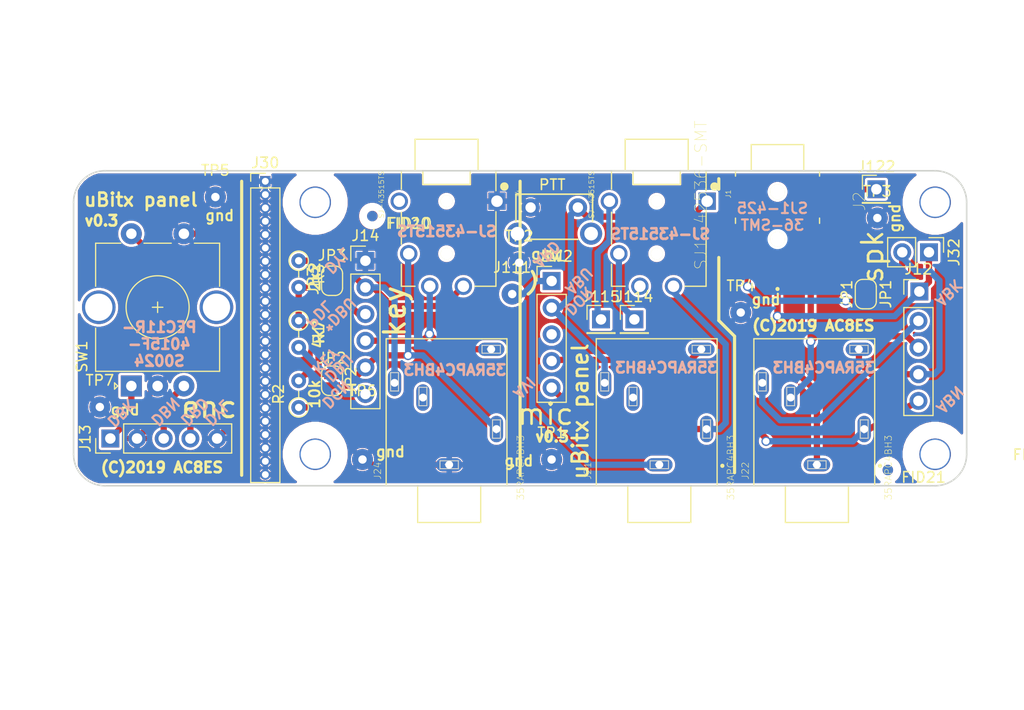
<source format=kicad_pcb>
(kicad_pcb (version 20171130) (host pcbnew "(5.1.0-0)")
  (title_block (title "ubitx panel") (date 2018-12-20) (rev 0.1) (company AC8ES))
  (layers (0 F.Cu signal) (31 B.Cu signal) (34 B.Paste user hide) (35 F.Paste user hide) (36 B.SilkS user hide) (37 F.SilkS user hide) (38 B.Mask user) (39 F.Mask user) (44 Edge.Cuts user))
  (net 0 "")
  (net 1 "Net-(J12-Pad2)")
  (net 2 "Net-(J12-Pad3)")
  (net 3 "Net-(J12-Pad4)")
  (net 4 "Net-(J1-Pad2)")
  (net 5 "Net-(J14-Pad2)")
  (net 6 "Net-(J14-Pad4)")
  (net 7 GND)
  (net 8 /enc_A)
  (net 9 /enc_B)
  (net 10 /enc_sw2)
  (net 11 /DIG_ORG)
  (net 12 /AUD_VIO)
  (net 13 "Net-(J1-Pad4)")
  (net 14 "Net-(J122-Pad1)")
  (net 15 /AUD_BRN)
  (net 16 /AUD_BLK)
  (net 17 /DIG_BLU)
  (net 18 /AUD_BLU)
  (net 19 "Net-(J11-Pad4)")
  (net 20 "Net-(J14-Pad3)")
  (net 21 /DIG_GRN)
  (module Jumper:SolderJumper-2_P1.3mm_Bridged_RoundedPad1.0x1.5mm (layer F.Cu) (at 164.90188 91.24442 90)
    (fp_text reference JP1 (at 0 -1.8 90) (layer F.SilkS))
    (fp_text value Jumper_NC_Small)
    (fp_poly (pts (xy 0.25 -0.3) (xy -0.25 -0.3) (xy -0.25 0.3) (xy 0.25 0.3)) (layer F.Cu) (width 0))
    (pad 1 smd custom (at -0.65 0 90) (size 1 0.5) (layers F.Cu F.Mask) (net 3 "Net-(J12-Pad4)") (options (clearance outline) (anchor rect)) (primitives (gr_circle (center 0 0.25) (end 0.5 0.25) (width 0)) (gr_circle (center 0 -0.25) (end 0.5 -0.25) (width 0)) (gr_poly (pts (xy 0 -0.75) (xy 0.5 -0.75) (xy 0.5 0.75) (xy 0 0.75)) (width 0))))
    (pad 2 smd custom (at 0.65 0 90) (size 1 0.5) (layers F.Cu F.Mask) (net 2 "Net-(J12-Pad3)") (options (clearance outline) (anchor rect)) (primitives (gr_circle (center 0 0.25) (end 0.5 0.25) (width 0)) (gr_circle (center 0 -0.25) (end 0.5 -0.25) (width 0)) (gr_poly (pts (xy 0 -0.75) (xy -0.5 -0.75) (xy -0.5 0.75) (xy 0 0.75)) (width 0))))
  )
  (module Resistors_THT:R_Axial_DIN0204_L3.6mm_D1.6mm_P2.54mm_Vertical (layer F.Cu) (at 110.92688 88.06942 270)
    (fp_text reference R3 (at 1.27 -1.92 270) (layer F.SilkS))
    (fp_text value 2k2)
    (pad 2 thru_hole oval (at 2.54 0 270) (size 1.4 1.4) (drill 0.7) (layers *.Cu *.Mask) (net 20 "Net-(J14-Pad3)"))
    (pad 1 thru_hole circle (at 0 0 270) (size 1.4 1.4) (drill 0.7) (layers *.Cu *.Mask) (net 5 "Net-(J14-Pad2)"))
  )
  (module Resistors_THT:R_Axial_DIN0204_L3.6mm_D1.6mm_P2.54mm_Vertical (layer F.Cu) (at 110.92688 93.78442 270)
    (fp_text reference R1 (at 1.27 -1.92 270) (layer F.SilkS))
    (fp_text value 4k7)
    (pad 2 thru_hole oval (at 2.54 0 270) (size 1.4 1.4) (drill 0.7) (layers *.Cu *.Mask) (net 21 /DIG_GRN))
    (pad 1 thru_hole circle (at 0 0 270) (size 1.4 1.4) (drill 0.7) (layers *.Cu *.Mask) (net 20 "Net-(J14-Pad3)"))
  )
  (module Resistors_THT:R_Axial_DIN0204_L3.6mm_D1.6mm_P2.54mm_Vertical (layer F.Cu) (at 110.92688 102.03942 90)
    (fp_text reference R2 (at 1.27 -1.92 90) (layer F.SilkS))
    (fp_text value 10k)
    (pad 2 thru_hole oval (at 2.54 0 90) (size 1.4 1.4) (drill 0.7) (layers *.Cu *.Mask) (net 20 "Net-(J14-Pad3)"))
    (pad 1 thru_hole circle (at 0 0 90) (size 1.4 1.4) (drill 0.7) (layers *.Cu *.Mask) (net 17 /DIG_BLU))
  )
  (module Jumper:SolderJumper-2_P1.3mm_Bridged_RoundedPad1.0x1.5mm (layer F.Cu) (at 114.10188 89.97442 90)
    (fp_text reference JP3 (at 0 -1.8 90) (layer F.SilkS))
    (fp_text value Jumper_NC_Small)
    (fp_poly (pts (xy 0.25 -0.3) (xy -0.25 -0.3) (xy -0.25 0.3) (xy 0.25 0.3)) (layer F.Cu) (width 0))
    (pad 2 smd custom (at 0.65 0 90) (size 1 0.5) (layers F.Cu F.Mask) (net 5 "Net-(J14-Pad2)") (options (clearance outline) (anchor rect)) (primitives (gr_circle (center 0 0.25) (end 0.5 0.25) (width 0)) (gr_circle (center 0 -0.25) (end 0.5 -0.25) (width 0)) (gr_poly (pts (xy 0 -0.75) (xy -0.5 -0.75) (xy -0.5 0.75) (xy 0 0.75)) (width 0))))
    (pad 1 smd custom (at -0.65 0 90) (size 1 0.5) (layers F.Cu F.Mask) (net 20 "Net-(J14-Pad3)") (options (clearance outline) (anchor rect)) (primitives (gr_circle (center 0 0.25) (end 0.5 0.25) (width 0)) (gr_circle (center 0 -0.25) (end 0.5 -0.25) (width 0)) (gr_poly (pts (xy 0 -0.75) (xy 0.5 -0.75) (xy 0.5 0.75) (xy 0 0.75)) (width 0))))
  )
  (module Jumper:SolderJumper-2_P1.3mm_Bridged_RoundedPad1.0x1.5mm (layer F.Cu) (at 114.10188 99.49942 270)
    (fp_text reference JP2 (at 0 -1.8 270) (layer F.SilkS))
    (fp_text value Jumper_NC_Small)
    (fp_poly (pts (xy 0.25 -0.3) (xy -0.25 -0.3) (xy -0.25 0.3) (xy 0.25 0.3)) (layer F.Cu) (width 0))
    (pad 1 smd custom (at -0.65 0 270) (size 1 0.5) (layers F.Cu F.Mask) (net 20 "Net-(J14-Pad3)") (options (clearance outline) (anchor rect)) (primitives (gr_circle (center 0 0.25) (end 0.5 0.25) (width 0)) (gr_circle (center 0 -0.25) (end 0.5 -0.25) (width 0)) (gr_poly (pts (xy 0 -0.75) (xy 0.5 -0.75) (xy 0.5 0.75) (xy 0 0.75)) (width 0))))
    (pad 2 smd custom (at 0.65 0 270) (size 1 0.5) (layers F.Cu F.Mask) (net 17 /DIG_BLU) (options (clearance outline) (anchor rect)) (primitives (gr_circle (center 0 0.25) (end 0.5 0.25) (width 0)) (gr_circle (center 0 -0.25) (end 0.5 -0.25) (width 0)) (gr_poly (pts (xy 0 -0.75) (xy -0.5 -0.75) (xy -0.5 0.75) (xy 0 0.75)) (width 0))))
  )
  (module Pin_Headers:Pin_Header_Straight_1x05_Pitch2.54mm (layer F.Cu) (at 135 90)
    (fp_text reference J11 (at 0 -2.39) (layer F.SilkS))
    (fp_text value CONN_01X05)
    (pad 1 thru_hole rect (at 0 0) (size 1.7 1.7) (drill 1) (layers *.Cu *.Mask) (net 18 /AUD_BLU))
    (pad 2 thru_hole oval (at 0 2.54) (size 1.7 1.7) (drill 1) (layers *.Cu *.Mask) (net 11 /DIG_ORG))
    (pad 3 thru_hole oval (at 0 5.08) (size 1.7 1.7) (drill 1) (layers *.Cu *.Mask))
    (pad 4 thru_hole oval (at 0 7.62) (size 1.7 1.7) (drill 1) (layers *.Cu *.Mask) (net 19 "Net-(J11-Pad4)"))
    (pad 5 thru_hole oval (at 0 10.16) (size 1.7 1.7) (drill 1) (layers *.Cu *.Mask) (net 12 /AUD_VIO))
  )
  (module Fiducials:Fiducial_1mm_Dia_2.54mm_Outer_CopperTop (layer F.Cu) (at 118.11 83.82)
    (fp_text reference FID10 (at 3.4 0.7) (layer F.SilkS))
    (fp_text value CIRCLE1mmDia)
    (pad ~ smd circle (at -0.16188 -0.00942) (size 1 1) (layers F.Cu F.Mask) (clearance 0.77))
  )
  (module Fiducials:Fiducial_1mm_Dia_2.54mm_Outer_CopperTop (layer F.Cu) (at 177.60188 105.84942)
    (fp_text reference FID11 (at 3.4 0.7) (layer F.SilkS))
    (fp_text value CIRCLE1mmDia)
    (pad ~ smd circle (at -10.60188 2.15058) (size 1 1) (layers F.Cu F.Mask) (clearance 0.77))
  )
  (module Fiducials:Fiducial_1mm_Dia_2.54mm_Outer_CopperBottom (layer F.Cu) (at 117.9322 83.82)
    (fp_text reference FID20 (at 3.4 0.7) (layer F.SilkS))
    (fp_text value CIRCLE1mmDia)
    (pad ~ smd circle (at 0 0) (size 1 1) (layers B.Cu B.Mask) (clearance 0.77))
  )
  (module Fiducials:Fiducial_1mm_Dia_2.54mm_Outer_CopperBottom (layer F.Cu) (at 167 108)
    (fp_text reference FID21 (at 3.4 0.7) (layer F.SilkS))
    (fp_text value CIRCLE1mmDia)
    (pad ~ smd circle (at 0 0) (size 1 1) (layers B.Cu B.Mask) (clearance 0.77))
  )
  (module project_footprints:NPTH_3mm_ID (layer F.Cu) (at 112.91188 106.25942)
    (fp_text reference H1 (at 0.06 0.09) (layer F.SilkS))
    (fp_text value 3mm_Mounting_Hole)
    (pad "" np_thru_hole circle (at -0.41188 0.24058) (size 3 3) (drill 2.75) (layers *.Cu *.Mask) (clearance 1.6))
  )
  (module project_footprints:NPTH_3mm_ID (layer F.Cu) (at 112.66188 82.50942)
    (fp_text reference H2 (at 0.06 0.09) (layer F.SilkS))
    (fp_text value 3mm_Mounting_Hole)
    (pad "" np_thru_hole circle (at -0.16188 -0.00942) (size 3 3) (drill 2.75) (layers *.Cu *.Mask) (clearance 1.6))
  )
  (module project_footprints:NPTH_3mm_ID_Unlocked (layer F.Cu) (at 171.5 82.5)
    (fp_text reference H3 (at 0.06 0.09) (layer F.SilkS))
    (fp_text value 3mm_Mounting_Hole_Unlocked hide)
    (pad "" np_thru_hole circle (at 0 0) (size 3 3) (drill 2.75) (layers *.Cu *.Mask) (clearance 1.6))
  )
  (module project_footprints:NPTH_3mm_ID_Unlocked (layer F.Cu) (at 171.5 106.5)
    (fp_text reference H4 (at 0.06 0.09) (layer F.SilkS))
    (fp_text value 3mm_Mounting_Hole_Unlocked hide)
    (pad "" np_thru_hole circle (at 0 0) (size 3 3) (drill 2.75) (layers *.Cu *.Mask) (clearance 1.6))
  )
  (module SJ-43515TS:CUI_SJ-43515TS (layer F.Cu) (at 145 85 270)
    (fp_text reference J1 (at -3.28506 -6.81363 270) (layer F.SilkS) (effects (font (size 0.480623 0.480623) (thickness 0.05))))
    (fp_text value SJ-43515TS (at -3.22627 6.19571 270) (layer F.SilkS) (effects (font (size 0.48004 0.48004) (thickness 0.05))))
    (fp_line (start -5.5 -8.35) (end -5.5 -2.25) (layer Edge.Cuts) (width 0.0001))
    (fp_line (start -5.5 -2.25) (end -4.2 -2.25) (layer Edge.Cuts) (width 0.0001))
    (fp_line (start -4.2 -2.25) (end -4.2 2.25) (layer Edge.Cuts) (width 0.0001))
    (fp_line (start -4.2 2.25) (end -5.5 2.25) (layer Edge.Cuts) (width 0.0001))
    (fp_line (start -5.5 2.25) (end -5.5 8.85) (layer Edge.Cuts) (width 0.0001))
    (pad 1 thru_hole rect (at -2.6 -4.8 270) (size 1.65 1.65) (drill 1.1) (layers *.Cu *.Mask) (net 11 /DIG_ORG))
    (pad 2 thru_hole circle (at 2.4 3.6 270) (size 1.65 1.65) (drill 1.1) (layers *.Cu *.Mask) (net 4 "Net-(J1-Pad2)"))
    (pad 3 thru_hole circle (at 5.5 -1.6 270) (size 1.65 1.65) (drill 1.1) (layers *.Cu *.Mask) (net 12 /AUD_VIO))
    (pad 4 thru_hole circle (at -2.6 4.5 270) (size 1.65 1.65) (drill 1.1) (layers *.Cu *.Mask) (net 13 "Net-(J1-Pad4)"))
    (pad Hole np_thru_hole circle (at -2.6 0 270) (size 1.1 1.1) (drill 1.1) (layers *.Cu *.Mask F.SilkS))
    (pad Hole np_thru_hole circle (at 2.4 0 270) (size 1.1 1.1) (drill 1.1) (layers *.Cu *.Mask F.SilkS))
    (pad 5 thru_hole circle (at 5.5 1.6 270) (size 1.65 1.65) (drill 1.1) (layers *.Cu *.Mask))
  )
  (module Pin_Headers:Pin_Header_Straight_1x05_Pitch2.54mm (layer F.Cu) (at 169.91188 91.25942)
    (fp_text reference J12 (at 0 -2.39) (layer F.SilkS))
    (fp_text value CONN_01X05)
    (pad 1 thru_hole rect (at 0.08812 -0.25942) (size 1.7 1.7) (drill 1) (layers *.Cu *.Mask) (net 16 /AUD_BLK))
    (pad 2 thru_hole oval (at 0 2.54) (size 1.7 1.7) (drill 1) (layers *.Cu *.Mask) (net 1 "Net-(J12-Pad2)"))
    (pad 3 thru_hole oval (at 0 5.08) (size 1.7 1.7) (drill 1) (layers *.Cu *.Mask) (net 2 "Net-(J12-Pad3)"))
    (pad 4 thru_hole oval (at 0 7.62) (size 1.7 1.7) (drill 1) (layers *.Cu *.Mask) (net 3 "Net-(J12-Pad4)"))
    (pad 5 thru_hole oval (at 0 10.16) (size 1.7 1.7) (drill 1) (layers *.Cu *.Mask) (net 15 /AUD_BRN))
  )
  (module SWITCHCRAFT_35RAPC4BH3 (layer F.Cu) (at 145 102.5 90)
    (fp_text reference J21 (at -5.57705 -6.55951 90) (layer F.SilkS) (effects (font (size 0.640304 0.640304) (thickness 0.05))))
    (fp_text value 35RAPC4BH3 (at -5.2726 7.04975 90) (layer F.SilkS) (effects (font (size 0.640559 0.640559) (thickness 0.05))))
    (fp_line (start -4.97 -0.13) (end -4.98 -0.13) (layer Edge.Cuts) (width 0.1))
    (fp_line (start -5.375 -0.625) (end -5.375 1.125) (layer Edge.Cuts) (width 0.1))
    (fp_line (start -5.375 1.125) (end -4.625 1.125) (layer Edge.Cuts) (width 0.1))
    (fp_line (start -4.625 1.125) (end -4.625 -0.625) (layer Edge.Cuts) (width 0.1))
    (fp_line (start -5.375 -0.625) (end -4.625 -0.625) (layer Edge.Cuts) (width 0.1))
    (fp_line (start -1.98 4.72) (end -1.98 4.73) (layer Edge.Cuts) (width 0.1))
    (fp_line (start -2.475 5.125) (end -0.725 5.125) (layer Edge.Cuts) (width 0.1))
    (fp_line (start -0.725 5.125) (end -0.725 4.375) (layer Edge.Cuts) (width 0.1))
    (fp_line (start -0.725 4.375) (end -2.475 4.375) (layer Edge.Cuts) (width 0.1))
    (fp_line (start -2.475 5.125) (end -2.475 4.375) (layer Edge.Cuts) (width 0.1))
    (fp_line (start 1.12 -2.28) (end 1.12 -2.27) (layer Edge.Cuts) (width 0.1))
    (fp_line (start 0.625 -1.875) (end 2.375 -1.875) (layer Edge.Cuts) (width 0.1))
    (fp_line (start 2.375 -1.875) (end 2.375 -2.625) (layer Edge.Cuts) (width 0.1))
    (fp_line (start 2.375 -2.625) (end 0.625 -2.625) (layer Edge.Cuts) (width 0.1))
    (fp_line (start 0.625 -1.875) (end 0.625 -2.625) (layer Edge.Cuts) (width 0.1))
    (fp_line (start 2.52 -4.98) (end 2.52 -4.97) (layer Edge.Cuts) (width 0.1))
    (fp_line (start 2.025 -4.575) (end 3.775 -4.575) (layer Edge.Cuts) (width 0.1))
    (fp_line (start 3.775 -4.575) (end 3.775 -5.325) (layer Edge.Cuts) (width 0.1))
    (fp_line (start 3.775 -5.325) (end 2.025 -5.325) (layer Edge.Cuts) (width 0.1))
    (fp_line (start 2.025 -4.575) (end 2.025 -5.325) (layer Edge.Cuts) (width 0.1))
    (fp_line (start 6.03 3.87) (end 6.02 3.87) (layer Edge.Cuts) (width 0.1))
    (fp_line (start 5.625 3.375) (end 5.625 5.125) (layer Edge.Cuts) (width 0.1))
    (fp_line (start 5.625 5.125) (end 6.375 5.125) (layer Edge.Cuts) (width 0.1))
    (fp_line (start 6.375 5.125) (end 6.375 3.375) (layer Edge.Cuts) (width 0.1))
    (fp_line (start 5.625 3.375) (end 6.375 3.375) (layer Edge.Cuts) (width 0.1))
    (pad 1 thru_hole oval (at -5 0.25 180) (size 2.516 1.258) (drill 0.75) (layers *.Cu *.Mask) (net 18 /AUD_BLU))
    (pad 2 thru_hole oval (at 2.8 -4.95 270) (size 2.516 1.258) (drill 0.75) (layers *.Cu *.Mask) (net 11 /DIG_ORG))
    (pad 3 thru_hole oval (at 1.4 -2.25 270) (size 2.516 1.258) (drill 0.75) (layers *.Cu *.Mask))
    (pad 4 thru_hole oval (at 6 4.25) (size 2.516 1.258) (drill 0.75) (layers *.Cu *.Mask) (net 19 "Net-(J11-Pad4)"))
    (pad 5 thru_hole oval (at -1.6 4.75 90) (size 2.516 1.258) (drill 0.75) (layers *.Cu *.Mask) (net 12 /AUD_VIO))
  )
  (module SWITCHCRAFT_35RAPC4BH3 (layer F.Cu) (at 160 102.5 90)
    (fp_text reference J22 (at -5.57705 -6.55951 90) (layer F.SilkS) (effects (font (size 0.640304 0.640304) (thickness 0.05))))
    (fp_text value 35RAPC4BH3 (at -5.2726 7.04975 90) (layer F.SilkS) (effects (font (size 0.640559 0.640559) (thickness 0.05))))
    (fp_line (start -4.97 -0.13) (end -4.98 -0.13) (layer Edge.Cuts) (width 0.1))
    (fp_line (start -5.375 -0.625) (end -5.375 1.125) (layer Edge.Cuts) (width 0.1))
    (fp_line (start -5.375 1.125) (end -4.625 1.125) (layer Edge.Cuts) (width 0.1))
    (fp_line (start -4.625 1.125) (end -4.625 -0.625) (layer Edge.Cuts) (width 0.1))
    (fp_line (start -5.375 -0.625) (end -4.625 -0.625) (layer Edge.Cuts) (width 0.1))
    (fp_line (start -1.98 4.72) (end -1.98 4.73) (layer Edge.Cuts) (width 0.1))
    (fp_line (start -2.475 5.125) (end -0.725 5.125) (layer Edge.Cuts) (width 0.1))
    (fp_line (start -0.725 5.125) (end -0.725 4.375) (layer Edge.Cuts) (width 0.1))
    (fp_line (start -0.725 4.375) (end -2.475 4.375) (layer Edge.Cuts) (width 0.1))
    (fp_line (start -2.475 5.125) (end -2.475 4.375) (layer Edge.Cuts) (width 0.1))
    (fp_line (start 1.12 -2.28) (end 1.12 -2.27) (layer Edge.Cuts) (width 0.1))
    (fp_line (start 0.625 -1.875) (end 2.375 -1.875) (layer Edge.Cuts) (width 0.1))
    (fp_line (start 2.375 -1.875) (end 2.375 -2.625) (layer Edge.Cuts) (width 0.1))
    (fp_line (start 2.375 -2.625) (end 0.625 -2.625) (layer Edge.Cuts) (width 0.1))
    (fp_line (start 0.625 -1.875) (end 0.625 -2.625) (layer Edge.Cuts) (width 0.1))
    (fp_line (start 2.52 -4.98) (end 2.52 -4.97) (layer Edge.Cuts) (width 0.1))
    (fp_line (start 2.025 -4.575) (end 3.775 -4.575) (layer Edge.Cuts) (width 0.1))
    (fp_line (start 3.775 -4.575) (end 3.775 -5.325) (layer Edge.Cuts) (width 0.1))
    (fp_line (start 3.775 -5.325) (end 2.025 -5.325) (layer Edge.Cuts) (width 0.1))
    (fp_line (start 2.025 -4.575) (end 2.025 -5.325) (layer Edge.Cuts) (width 0.1))
    (fp_line (start 6.03 3.87) (end 6.02 3.87) (layer Edge.Cuts) (width 0.1))
    (fp_line (start 5.625 3.375) (end 5.625 5.125) (layer Edge.Cuts) (width 0.1))
    (fp_line (start 5.625 5.125) (end 6.375 5.125) (layer Edge.Cuts) (width 0.1))
    (fp_line (start 6.375 5.125) (end 6.375 3.375) (layer Edge.Cuts) (width 0.1))
    (fp_line (start 5.625 3.375) (end 6.375 3.375) (layer Edge.Cuts) (width 0.1))
    (pad 1 thru_hole oval (at -5 0.25 180) (size 2.516 1.258) (drill 0.75) (layers *.Cu *.Mask) (net 16 /AUD_BLK))
    (pad 2 thru_hole oval (at 2.8 -4.95 270) (size 2.516 1.258) (drill 0.75) (layers *.Cu *.Mask) (net 1 "Net-(J12-Pad2)"))
    (pad 3 thru_hole oval (at 1.4 -2.25 270) (size 2.516 1.258) (drill 0.75) (layers *.Cu *.Mask) (net 2 "Net-(J12-Pad3)"))
    (pad 4 thru_hole oval (at 6 4.25) (size 2.516 1.258) (drill 0.75) (layers *.Cu *.Mask) (net 3 "Net-(J12-Pad4)"))
    (pad 5 thru_hole oval (at -1.6 4.75 90) (size 2.516 1.258) (drill 0.75) (layers *.Cu *.Mask) (net 15 /AUD_BRN))
  )
  (module Pin_Headers:Pin_Header_Straight_1x05_Pitch2.54mm (layer F.Cu) (at 93 105 90)
    (fp_text reference J13 (at 0 -2.39 90) (layer F.SilkS))
    (fp_text value CONN_01X05)
    (pad 1 thru_hole rect (at 0 0 90) (size 1.7 1.7) (drill 1) (layers *.Cu *.Mask) (net 8 /enc_A))
    (pad 2 thru_hole oval (at 0 2.54 90) (size 1.7 1.7) (drill 1) (layers *.Cu *.Mask) (net 7 GND))
    (pad 3 thru_hole oval (at 0 5.08 90) (size 1.7 1.7) (drill 1) (layers *.Cu *.Mask) (net 9 /enc_B))
    (pad 4 thru_hole oval (at 0 7.62 90) (size 1.7 1.7) (drill 1) (layers *.Cu *.Mask) (net 10 /enc_sw2))
    (pad 5 thru_hole oval (at 0 10.16 90) (size 1.7 1.7) (drill 1) (layers *.Cu *.Mask) (net 7 GND))
  )
  (module project_footprints:RotaryEncoder_Alps_EC11E-Switch_Vertical_H20mm_CircularMountingHoles (layer F.Cu) (at 95 100 90)
    (fp_text reference SW1 (at 2.8 -4.7 90) (layer F.SilkS))
    (fp_text value Rotary_Encoder_Switch_ACB45)
    (pad S1 thru_hole circle (at 14.5 5 90) (size 2 2) (drill 1) (layers *.Cu *.Mask) (net 7 GND))
    (pad S2 thru_hole circle (at 14.5 0 90) (size 2 2) (drill 1) (layers *.Cu *.Mask) (net 10 /enc_sw2))
    (pad MP thru_hole circle (at 7.5 8.1 90) (size 3.2 3.2) (drill 2.6) (layers *.Cu *.Mask))
    (pad MP thru_hole circle (at 7.5 -3.1 90) (size 3.2 3.2) (drill 2.6) (layers *.Cu *.Mask))
    (pad B thru_hole circle (at 0 5 90) (size 2 2) (drill 1) (layers *.Cu *.Mask) (net 9 /enc_B))
    (pad C thru_hole circle (at 0 2.5 90) (size 2 2) (drill 1) (layers *.Cu *.Mask) (net 7 GND))
    (pad A thru_hole rect (at 0 0 90) (size 2 2) (drill 1) (layers *.Cu *.Mask) (net 8 /enc_A))
  )
  (module SJ-43515TS:CUI_SJ-43515TS (layer F.Cu) (at 125 85 270)
    (fp_text reference J4 (at -3.28506 -6.81363 270) (layer F.SilkS) (effects (font (size 0.480623 0.480623) (thickness 0.05))))
    (fp_text value SJ-43515TS (at -3.22627 6.19571 270) (layer F.SilkS) (effects (font (size 0.48004 0.48004) (thickness 0.05))))
    (fp_line (start -5.5 -8.35) (end -5.5 -2.25) (layer Edge.Cuts) (width 0.0001))
    (fp_line (start -5.5 -2.25) (end -4.2 -2.25) (layer Edge.Cuts) (width 0.0001))
    (fp_line (start -4.2 -2.25) (end -4.2 2.25) (layer Edge.Cuts) (width 0.0001))
    (fp_line (start -4.2 2.25) (end -5.5 2.25) (layer Edge.Cuts) (width 0.0001))
    (fp_line (start -5.5 2.25) (end -5.5 8.85) (layer Edge.Cuts) (width 0.0001))
    (pad 1 thru_hole rect (at -2.6 -4.8 270) (size 1.65 1.65) (drill 1.1) (layers *.Cu *.Mask) (net 7 GND))
    (pad 2 thru_hole circle (at 2.4 3.6 270) (size 1.65 1.65) (drill 1.1) (layers *.Cu *.Mask) (net 17 /DIG_BLU))
    (pad 3 thru_hole circle (at 5.5 -1.6 270) (size 1.65 1.65) (drill 1.1) (layers *.Cu *.Mask) (net 5 "Net-(J14-Pad2)"))
    (pad 4 thru_hole circle (at -2.6 4.5 270) (size 1.65 1.65) (drill 1.1) (layers *.Cu *.Mask))
    (pad Hole np_thru_hole circle (at -2.6 0 270) (size 1.1 1.1) (drill 1.1) (layers *.Cu *.Mask F.SilkS))
    (pad Hole np_thru_hole circle (at 2.4 0 270) (size 1.1 1.1) (drill 1.1) (layers *.Cu *.Mask F.SilkS))
    (pad 5 thru_hole circle (at 5.5 1.6 270) (size 1.65 1.65) (drill 1.1) (layers *.Cu *.Mask) (net 6 "Net-(J14-Pad4)"))
  )
  (module SWITCHCRAFT_35RAPC4BH3 (layer F.Cu) (at 125 102.5 90)
    (fp_text reference J24 (at -5.57705 -6.55951 90) (layer F.SilkS) (effects (font (size 0.640304 0.640304) (thickness 0.05))))
    (fp_text value 35RAPC4BH3 (at -5.2726 7.04975 90) (layer F.SilkS) (effects (font (size 0.640559 0.640559) (thickness 0.05))))
    (fp_line (start -4.97 -0.13) (end -4.98 -0.13) (layer Edge.Cuts) (width 0.1))
    (fp_line (start -5.375 -0.625) (end -5.375 1.125) (layer Edge.Cuts) (width 0.1))
    (fp_line (start -5.375 1.125) (end -4.625 1.125) (layer Edge.Cuts) (width 0.1))
    (fp_line (start -4.625 1.125) (end -4.625 -0.625) (layer Edge.Cuts) (width 0.1))
    (fp_line (start -5.375 -0.625) (end -4.625 -0.625) (layer Edge.Cuts) (width 0.1))
    (fp_line (start -1.98 4.72) (end -1.98 4.73) (layer Edge.Cuts) (width 0.1))
    (fp_line (start -2.475 5.125) (end -0.725 5.125) (layer Edge.Cuts) (width 0.1))
    (fp_line (start -0.725 5.125) (end -0.725 4.375) (layer Edge.Cuts) (width 0.1))
    (fp_line (start -0.725 4.375) (end -2.475 4.375) (layer Edge.Cuts) (width 0.1))
    (fp_line (start -2.475 5.125) (end -2.475 4.375) (layer Edge.Cuts) (width 0.1))
    (fp_line (start 1.12 -2.28) (end 1.12 -2.27) (layer Edge.Cuts) (width 0.1))
    (fp_line (start 0.625 -1.875) (end 2.375 -1.875) (layer Edge.Cuts) (width 0.1))
    (fp_line (start 2.375 -1.875) (end 2.375 -2.625) (layer Edge.Cuts) (width 0.1))
    (fp_line (start 2.375 -2.625) (end 0.625 -2.625) (layer Edge.Cuts) (width 0.1))
    (fp_line (start 0.625 -1.875) (end 0.625 -2.625) (layer Edge.Cuts) (width 0.1))
    (fp_line (start 2.52 -4.98) (end 2.52 -4.97) (layer Edge.Cuts) (width 0.1))
    (fp_line (start 2.025 -4.575) (end 3.775 -4.575) (layer Edge.Cuts) (width 0.1))
    (fp_line (start 3.775 -4.575) (end 3.775 -5.325) (layer Edge.Cuts) (width 0.1))
    (fp_line (start 3.775 -5.325) (end 2.025 -5.325) (layer Edge.Cuts) (width 0.1))
    (fp_line (start 2.025 -4.575) (end 2.025 -5.325) (layer Edge.Cuts) (width 0.1))
    (fp_line (start 6.03 3.87) (end 6.02 3.87) (layer Edge.Cuts) (width 0.1))
    (fp_line (start 5.625 3.375) (end 5.625 5.125) (layer Edge.Cuts) (width 0.1))
    (fp_line (start 5.625 5.125) (end 6.375 5.125) (layer Edge.Cuts) (width 0.1))
    (fp_line (start 6.375 5.125) (end 6.375 3.375) (layer Edge.Cuts) (width 0.1))
    (fp_line (start 5.625 3.375) (end 6.375 3.375) (layer Edge.Cuts) (width 0.1))
    (pad 1 thru_hole oval (at -5 0.25 180) (size 2.516 1.258) (drill 0.75) (layers *.Cu *.Mask) (net 7 GND))
    (pad 2 thru_hole oval (at 2.8 -4.95 270) (size 2.516 1.258) (drill 0.75) (layers *.Cu *.Mask) (net 5 "Net-(J14-Pad2)"))
    (pad 3 thru_hole oval (at 1.4 -2.25 270) (size 2.516 1.258) (drill 0.75) (layers *.Cu *.Mask))
    (pad 4 thru_hole oval (at 6 4.25) (size 2.516 1.258) (drill 0.75) (layers *.Cu *.Mask) (net 6 "Net-(J14-Pad4)"))
    (pad 5 thru_hole oval (at -1.6 4.75 90) (size 2.516 1.258) (drill 0.75) (layers *.Cu *.Mask) (net 17 /DIG_BLU))
  )
  (module Pin_Headers:Pin_Header_Straight_1x23_Pitch1.27mm (layer F.Cu) (at 107.75 80.5)
    (fp_text reference J30 (at 0 -1.755) (layer F.SilkS))
    (fp_text value CONN_01X23)
    (pad 1 thru_hole rect (at 0 0) (size 1 1) (drill 0.65) (layers *.Cu *.Mask) (net 7 GND))
    (pad 2 thru_hole oval (at 0 1.27) (size 1 1) (drill 0.65) (layers *.Cu *.Mask) (net 7 GND))
    (pad 3 thru_hole oval (at 0 2.54) (size 1 1) (drill 0.65) (layers *.Cu *.Mask) (net 7 GND))
    (pad 4 thru_hole oval (at 0 3.81) (size 1 1) (drill 0.65) (layers *.Cu *.Mask) (net 7 GND))
    (pad 5 thru_hole oval (at 0 5.08) (size 1 1) (drill 0.65) (layers *.Cu *.Mask) (net 7 GND))
    (pad 6 thru_hole oval (at 0 6.35) (size 1 1) (drill 0.65) (layers *.Cu *.Mask) (net 7 GND))
    (pad 7 thru_hole oval (at 0 7.62) (size 1 1) (drill 0.65) (layers *.Cu *.Mask) (net 7 GND))
    (pad 8 thru_hole oval (at 0 8.89) (size 1 1) (drill 0.65) (layers *.Cu *.Mask) (net 7 GND))
    (pad 9 thru_hole oval (at 0 10.16) (size 1 1) (drill 0.65) (layers *.Cu *.Mask) (net 7 GND))
    (pad 10 thru_hole oval (at 0 11.43) (size 1 1) (drill 0.65) (layers *.Cu *.Mask) (net 7 GND))
    (pad 11 thru_hole oval (at 0 12.7) (size 1 1) (drill 0.65) (layers *.Cu *.Mask) (net 7 GND))
    (pad 12 thru_hole oval (at 0 13.97) (size 1 1) (drill 0.65) (layers *.Cu *.Mask) (net 7 GND))
    (pad 13 thru_hole oval (at 0 15.24) (size 1 1) (drill 0.65) (layers *.Cu *.Mask) (net 7 GND))
    (pad 14 thru_hole oval (at 0 16.51) (size 1 1) (drill 0.65) (layers *.Cu *.Mask) (net 7 GND))
    (pad 15 thru_hole oval (at 0 17.78) (size 1 1) (drill 0.65) (layers *.Cu *.Mask) (net 7 GND))
    (pad 16 thru_hole oval (at 0 19.05) (size 1 1) (drill 0.65) (layers *.Cu *.Mask) (net 7 GND))
    (pad 17 thru_hole oval (at 0 20.32) (size 1 1) (drill 0.65) (layers *.Cu *.Mask) (net 7 GND))
    (pad 18 thru_hole oval (at 0 21.59) (size 1 1) (drill 0.65) (layers *.Cu *.Mask) (net 7 GND))
    (pad 19 thru_hole oval (at 0 22.86) (size 1 1) (drill 0.65) (layers *.Cu *.Mask) (net 7 GND))
    (pad 20 thru_hole oval (at 0 24.13) (size 1 1) (drill 0.65) (layers *.Cu *.Mask) (net 7 GND))
    (pad 21 thru_hole oval (at 0 25.4) (size 1 1) (drill 0.65) (layers *.Cu *.Mask) (net 7 GND))
    (pad 22 thru_hole oval (at 0 26.67) (size 1 1) (drill 0.65) (layers *.Cu *.Mask) (net 7 GND))
    (pad 23 thru_hole oval (at 0 27.94) (size 1 1) (drill 0.65) (layers *.Cu *.Mask) (net 7 GND))
  )
  (module Wire_Pads:SolderWirePad_single_0-8mmDrill (layer F.Cu) (at 135 107)
    (fp_text reference TP1 (at 0 -2.54) (layer F.SilkS))
    (fp_text value TEST)
    (pad 1 thru_hole circle (at 0 0) (size 1.99898 1.99898) (drill 0.8001) (layers *.Cu *.Mask) (net 7 GND))
  )
  (module Wire_Pads:SolderWirePad_single_0-8mmDrill (layer F.Cu) (at 131.91188 88.25942)
    (fp_text reference TP2 (at 0 -2.54) (layer F.SilkS))
    (fp_text value TEST)
    (pad 1 thru_hole circle (at 0 0) (size 1.99898 1.99898) (drill 0.8001) (layers *.Cu *.Mask) (net 7 GND))
  )
  (module Wire_Pads:SolderWirePad_single_0-8mmDrill (layer F.Cu) (at 166 84)
    (fp_text reference TP3 (at 0 -2.54) (layer F.SilkS))
    (fp_text value TEST)
    (pad 1 thru_hole circle (at 0 0) (size 1.99898 1.99898) (drill 0.8001) (layers *.Cu *.Mask) (net 7 GND))
  )
  (module Wire_Pads:SolderWirePad_single_0-8mmDrill (layer F.Cu) (at 153 93)
    (fp_text reference TP4 (at 0 -2.54) (layer F.SilkS))
    (fp_text value TEST)
    (pad 1 thru_hole circle (at 0 0) (size 1.99898 1.99898) (drill 0.8001) (layers *.Cu *.Mask) (net 7 GND))
  )
  (module Wire_Pads:SolderWirePad_single_0-8mmDrill (layer F.Cu) (at 103 82)
    (fp_text reference TP5 (at 0 -2.54) (layer F.SilkS))
    (fp_text value TEST)
    (pad 1 thru_hole circle (at 0 0) (size 1.99898 1.99898) (drill 0.8001) (layers *.Cu *.Mask) (net 7 GND))
  )
  (module Wire_Pads:SolderWirePad_single_0-8mmDrill (layer F.Cu) (at 117 103)
    (fp_text reference TP6 (at 0 -2.54) (layer F.SilkS))
    (fp_text value TEST)
    (pad 1 thru_hole circle (at 0 4) (size 1.99898 1.99898) (drill 0.8001) (layers *.Cu *.Mask) (net 7 GND))
  )
  (module project_footprints:CUI_SJ1-42536-SMT-move4 (layer F.Cu) (at 156.5 83.75942 270)
    (fp_text reference J2 (at -1.3448 -7.7888 270) (layer F.SilkS) (effects (font (size 1.12 1.12) (thickness 0.05))))
    (fp_text value SJ1-42536-SMT (at -1.94424 7.28972 270) (layer F.SilkS) (effects (font (size 1.12014 1.12014) (thickness 0.05))))
    (pad Hole np_thru_hole circle (at -2.25 0 270) (size 1.4 1.4) (drill 1.4) (layers *.Cu *.Mask F.SilkS))
    (pad Hole np_thru_hole circle (at 2.25 0 270) (size 1.4 1.4) (drill 1.4) (layers *.Cu *.Mask F.SilkS))
    (pad 4 smd rect (at -1.75 3 270) (size 3 3) (layers F.Cu F.Paste F.Mask) (net 14 "Net-(J122-Pad1)"))
    (pad 4.1 smd rect (at -1.75 -4.7 270) (size 3 3) (layers F.Cu F.Paste F.Mask) (net 14 "Net-(J122-Pad1)"))
    (pad 2 smd rect (at 2.25 4.2 270) (size 1.8 3) (layers F.Cu F.Paste F.Mask) (net 15 /AUD_BRN))
    (pad 3 smd rect (at 2.25 -4.2 270) (size 1.8 3) (layers F.Cu F.Paste F.Mask) (net 15 /AUD_BRN))
    (pad 1 smd rect (at 5.25 0 270) (size 2.8 1.8) (layers F.Cu F.Paste F.Mask) (net 16 /AUD_BLK))
    (pad 6 smd rect (at 4.75 -2.8) (size 2.8 1.8) (layers F.Cu F.Paste F.Mask) (net 2 "Net-(J12-Pad3)"))
    (pad 5 smd rect (at 4.75 2.8 180) (size 2.8 1.8) (layers F.Cu F.Paste F.Mask) (net 3 "Net-(J12-Pad4)"))
  )
  (module Wire_Pads:SolderWirePad_single_0-8mmDrill (layer F.Cu) (at 92 102)
    (fp_text reference TP7 (at 0 -2.54) (layer F.SilkS))
    (fp_text value TEST)
    (pad 1 thru_hole circle (at 0 0) (size 1.99898 1.99898) (drill 0.8001) (layers *.Cu *.Mask) (net 7 GND))
  )
  (module Pin_Headers:Pin_Header_Straight_1x06_Pitch2.54mm (layer F.Cu) (at 117.27688 88.06942)
    (fp_text reference J14 (at 0 -2.39) (layer F.SilkS))
    (fp_text value CONN_01X06)
    (pad 1 thru_hole rect (at 0 0) (size 1.7 1.7) (drill 1) (layers *.Cu *.Mask) (net 7 GND))
    (pad 2 thru_hole oval (at 0 2.54) (size 1.7 1.7) (drill 1) (layers *.Cu *.Mask) (net 5 "Net-(J14-Pad2)"))
    (pad 3 thru_hole oval (at 0 5.08) (size 1.7 1.7) (drill 1) (layers *.Cu *.Mask) (net 20 "Net-(J14-Pad3)"))
    (pad 4 thru_hole oval (at 0 7.62) (size 1.7 1.7) (drill 1) (layers *.Cu *.Mask) (net 6 "Net-(J14-Pad4)"))
    (pad 5 thru_hole oval (at 0 10.16) (size 1.7 1.7) (drill 1) (layers *.Cu *.Mask) (net 17 /DIG_BLU))
    (pad 6 thru_hole oval (at 0 12.7) (size 1.7 1.7) (drill 1) (layers *.Cu *.Mask) (net 21 /DIG_GRN))
  )
  (module Pin_Headers:Pin_Header_Straight_1x02_Pitch2.54mm (layer F.Cu) (at 170.91188 87.25942 270)
    (fp_text reference J32 (at 0 -2.39 270) (layer F.SilkS))
    (fp_text value CONN_01X02)
    (pad 1 thru_hole rect (at 0 0 270) (size 1.7 1.7) (drill 1) (layers *.Cu *.Mask) (net 16 /AUD_BLK))
    (pad 2 thru_hole oval (at 0 2.54 270) (size 1.7 1.7) (drill 1) (layers *.Cu *.Mask) (net 3 "Net-(J12-Pad4)"))
  )
  (module project_footprints:Socket_Strip_Straight_1x01_Pitch2.54mm (layer F.Cu) (at 142.875 93.65742)
    (fp_text reference J114 (at 0 -2.159) (layer F.SilkS))
    (fp_text value TEST_1P)
    (pad 1 thru_hole rect (at 0 0) (size 1.7 1.7) (drill 1) (layers *.Cu *.Mask) (net 4 "Net-(J1-Pad2)"))
  )
  (module project_footprints:Socket_Strip_Straight_1x01_Pitch2.54mm (layer F.Cu) (at 139.7 93.65742)
    (fp_text reference J115 (at 0 -2.159) (layer F.SilkS))
    (fp_text value TEST_1P)
    (pad 1 thru_hole rect (at 0 0) (size 1.7 1.7) (drill 1) (layers *.Cu *.Mask) (net 13 "Net-(J1-Pad4)"))
  )
  (module project_footprints:Socket_Strip_Straight_1x01_Pitch2.54mm (layer F.Cu) (at 165.91188 81.25942)
    (fp_text reference J122 (at 0 -2.159) (layer F.SilkS))
    (fp_text value TEST_1P)
    (pad 1 thru_hole rect (at 0 0) (size 1.7 1.7) (drill 1) (layers *.Cu *.Mask) (net 14 "Net-(J122-Pad1)"))
  )
  (module Wire_Pads:SolderWirePad_single_0-8mmDrill (layer F.Cu) (at 131.24688 91.24442)
    (fp_text reference J111 (at 0 -2.54) (layer F.SilkS))
    (fp_text value TEST_1P)
    (pad 1 thru_hole circle (at 0 0) (size 1.99898 1.99898) (drill 0.8001) (layers *.Cu *.Mask) (net 18 /AUD_BLU))
  )
  (module Buttons_Switches_THT:SW_Tactile_SPST_Angled (layer F.Cu) (at 133 83)
    (fp_text reference SW2 (at 2.5 4.65) (layer F.SilkS))
    (fp_text value SW_Push)
    (pad "" thru_hole circle (at 5.76 2.49) (size 2.1 2.1) (drill 1.3) (layers *.Cu *.Mask))
    (pad 2 thru_hole circle (at 4.5 0) (size 1.75 1.75) (drill 0.99) (layers *.Cu *.Mask) (net 11 /DIG_ORG))
    (pad 1 thru_hole circle (at 0 0) (size 1.75 1.75) (drill 0.99) (layers *.Cu *.Mask) (net 7 GND))
    (pad "" thru_hole circle (at -1.25 2.49) (size 2.1 2.1) (drill 1.3) (layers *.Cu *.Mask))
  )
  (gr_text JP1 (at 166.80688 91.24442 90) (layer F.SilkS) (effects (font (size 1 1))))
  (gr_text JP2 (at 114.10188 97.34042) (layer F.SilkS) (effects (font (size 1 1))))
  (gr_text JP3 (at 114.10188 87.56142) (layer F.SilkS) (effects (font (size 1 1))))
  (gr_line (start 171.5 79.5) (end 92.5 79.5) (layer Edge.Cuts) (width 0.15))
  (gr_line (start 174.5 106) (end 174.5 106.5) (layer Edge.Cuts) (width 0.15))
  (gr_line (start 171.5 109.5) (end 171 109.5) (layer Edge.Cuts) (width 0.15))
  (gr_text KEY (at 113.46688 97.59442 225) (layer B.SilkS) (effects (font (size 1 1) (thickness 0.2)) (justify mirror)))
  (gr_text PDL (at 112.83188 93.14942 225) (layer B.SilkS) (effects (font (size 1 1) (thickness 0.2)) (justify mirror)))
  (gr_text *DBU (at 114.73688 93.14942 225) (layer B.SilkS) (effects (font (size 1 1) (thickness 0.2)) (justify mirror)))
  (gr_text ARD (at 134.52348 87.43442 225) (layer B.SilkS) (effects (font (size 1 1) (thickness 0.2)) (justify mirror)))
  (gr_text PTT (at 135.05688 80.83042) (layer F.SilkS) (effects (font (size 1 1))))
  (gr_text ABN (at 172.90288 101.27742 225) (layer B.SilkS) (effects (font (size 1 1) (thickness 0.2)) (justify mirror)))
  (gr_text ABK (at 172.77588 91.11742 225) (layer B.SilkS) (effects (font (size 1 1) (thickness 0.2)) (justify mirror)))
  (gr_text AVI (at 132.38988 100.13442 225) (layer B.SilkS) (effects (font (size 1 1) (thickness 0.2)) (justify mirror)))
  (gr_text DOR (at 137.59688 91.87942 225) (layer B.SilkS) (effects (font (size 1 1) (thickness 0.2)) (justify mirror)))
  (gr_text ABU (at 137.59688 89.97442 225) (layer B.SilkS) (effects (font (size 1 1) (thickness 0.2)) (justify mirror)))
  (gr_text DGN (at 114.48288 100.76942 225) (layer B.SilkS) (effects (font (size 1 1) (thickness 0.2)) (justify mirror)))
  (gr_text DBU (at 114.73688 98.22942 225) (layer B.SilkS) (effects (font (size 1 1) (thickness 0.2)) (justify mirror)))
  (gr_text DYL (at 114.60988 88.06942 225) (layer B.SilkS) (effects (font (size 1 1) (thickness 0.2)) (justify mirror)))
  (gr_text DYL (at 103.17988 102.54742 225) (layer B.SilkS) (effects (font (size 1 1) (thickness 0.2)) (justify mirror)))
  (gr_text DRD (at 101.02088 102.42042 225) (layer B.SilkS) (effects (font (size 1 1) (thickness 0.2)) (justify mirror)))
  (gr_text DBN (at 98.22688 102.42042 225) (layer B.SilkS) (effects (font (size 1 1) (thickness 0.2)) (justify mirror)))
  (gr_text DBK (at 94.03588 102.54742 225) (layer B.SilkS) (effects (font (size 1 1) (thickness 0.2)) (justify mirror)))
  (gr_arc (start 131.88188 89.97442) (end 133.15188 89.08542) (angle 90) (layer F.SilkS) (width 0.3))
  (gr_text 10k (at 112.45088 100.76942 90) (layer F.SilkS) (effects (font (size 1 1) (thickness 0.2))))
  (gr_text 2k2 (at 112.45088 89.59342 90) (layer F.SilkS) (effects (font (size 1 1) (thickness 0.2))))
  (gr_text v0.3 (at 135.05688 104.83342) (layer F.SilkS) (effects (font (size 1 1) (thickness 0.25))))
  (gr_text v0.3 (at 92.16188 84.25942) (layer F.SilkS) (effects (font (size 1 1) (thickness 0.25))))
  (gr_text gnd (at 119.66188 106.25942) (layer F.SilkS) (effects (font (size 1 1) (thickness 0.2))))
  (gr_text "PEC11R-\n4015F-\nS0024" (at 97.66188 96.00942) (layer B.SilkS) (effects (font (size 1 1) (thickness 0.25)) (justify mirror)))
  (gr_text spk (at 165.53688 87.68842 90) (layer F.SilkS) (effects (font (size 2 2) (thickness 0.25))))
  (gr_text "uBitx panel" (at 137.72388 102.42042 90) (layer F.SilkS) (effects (font (size 1.5 1.5) (thickness 0.25))))
  (gr_text "SJ1-425\n36-SMT" (at 156.01188 83.87842) (layer B.SilkS) (effects (font (size 1 1) (thickness 0.2)) (justify mirror)))
  (gr_text SJ-43515TS (at 125.02388 85.27542) (layer B.SilkS) (effects (font (size 1 1) (thickness 0.25)) (justify mirror)))
  (gr_text SJ-43515TS (at 145.34388 85.52942) (layer B.SilkS) (effects (font (size 1 1) (thickness 0.25)) (justify mirror)))
  (gr_text 35RAPC4BH3 (at 125.78588 98.48342) (layer B.SilkS) (effects (font (size 1 1) (thickness 0.25)) (justify mirror)))
  (gr_text 35RAPC4BH3 (at 145.91188 98.25942) (layer B.SilkS) (effects (font (size 1 1) (thickness 0.25)) (justify mirror)))
  (gr_text 35RAPC4BH3 (at 160.91188 98.25942) (layer B.SilkS) (effects (font (size 1 1) (thickness 0.25)) (justify mirror)))
  (gr_text gnd (at 155.41188 91.75942) (layer F.SilkS) (effects (font (size 1 1) (thickness 0.2))))
  (gr_text gnd (at 167.66188 84.00942 90) (layer F.SilkS) (effects (font (size 1 1) (thickness 0.2))))
  (gr_text gnd (at 134.42188 87.43442) (layer F.SilkS) (effects (font (size 1 1) (thickness 0.2))))
  (gr_text gnd (at 131.88188 107.11942) (layer F.SilkS) (effects (font (size 1 1) (thickness 0.2))))
  (gr_text gnd (at 94.41188 102.25942) (layer F.SilkS) (effects (font (size 1 1) (thickness 0.2))))
  (gr_text gnd (at 103.41188 83.75942) (layer F.SilkS) (effects (font (size 1 1) (thickness 0.2))))
  (gr_text "uBitx panel" (at 95.91188 82.25942) (layer F.SilkS) (effects (font (size 1.25 1.25) (thickness 0.25))))
  (gr_line (start 105.5 80.5) (end 105.5 108.5) (angle 90) (layer F.SilkS) (width 0.3))
  (gr_text "(C)2019 AC8ES" (at 159.91188 94.25942) (layer F.SilkS) (effects (font (size 1 1) (thickness 0.25))))
  (gr_text "(C)2019 AC8ES" (at 97.91188 107.75942) (layer F.SilkS) (effects (font (size 1 1) (thickness 0.25))))
  (gr_text 4k7 (at 112.83188 95.05442 90) (layer F.SilkS) (effects (font (size 1 1) (thickness 0.2))))
  (gr_line (start 150.91188 81.25942) (end 150.91188 80.25942) (angle 90) (layer F.SilkS) (width 0.3))
  (gr_line (start 150.91188 93.75942) (end 150.91188 87.75942) (angle 90) (layer F.SilkS) (width 0.3))
  (gr_line (start 152.41188 95.25942) (end 150.91188 93.75942) (angle 90) (layer F.SilkS) (width 0.3))
  (gr_line (start 152.41188 108.25942) (end 152.41188 95.25942) (angle 90) (layer F.SilkS) (width 0.3))
  (gr_line (start 132 80.5) (end 132 108.5) (angle 90) (layer F.SilkS) (width 0.3))
  (gr_text enc (at 102.41188 102.00942) (layer F.SilkS) (effects (font (size 2 2) (thickness 0.3))))
  (gr_text key (at 120.07088 92.89542 90) (layer F.SilkS) (effects (font (size 2 2) (thickness 0.3))))
  (gr_text mic (at 134.42188 102.67442) (layer F.SilkS) (effects (font (size 2 2) (thickness 0.25))))
  (gr_line (start 89.5 106.5) (end 89.5 82.5) (angle 90) (layer Edge.Cuts) (width 0.15))
  (gr_line (start 174.5 82.5) (end 174.5 106) (angle 90) (layer Edge.Cuts) (width 0.15))
  (gr_line (start 92.5 109.5) (end 171 109.5) (angle 90) (layer Edge.Cuts) (width 0.15))
  (gr_arc (start 92.5 106.5) (end 92.5 109.5) (angle 90) (layer Edge.Cuts) (width 0.15))
  (gr_arc (start 171.5 106.5) (end 174.5 106.5) (angle 90) (layer Edge.Cuts) (width 0.15))
  (gr_arc (start 171.5 82.5) (end 171.5 79.5) (angle 90) (layer Edge.Cuts) (width 0.15))
  (gr_arc (start 92.5 82.5) (end 89.5 82.5) (angle 90) (layer Edge.Cuts) (width 0.15))
  (segment (start 169.91188 93.79942) (end 160.79929 102.91201) (width 0.6) (layer B.Cu) (net 1))
  (segment (start 155.05 101.558) (end 155.05 99.7) (width 0.6) (layer B.Cu) (net 1))
  (segment (start 156.75142 103.25942) (end 155.05 101.558) (width 0.6) (layer B.Cu) (net 1))
  (segment (start 160.41188 103.25942) (end 156.75142 103.25942) (width 0.6) (layer B.Cu) (net 1))
  (segment (start 160.75929 102.91201) (end 160.41188 103.25942) (width 0.6) (layer B.Cu) (net 1))
  (segment (start 160.79929 102.91201) (end 160.75929 102.91201) (width 0.6) (layer B.Cu) (net 1))
  (segment (start 169.91188 96.33942) (end 168.83188 95.25942) (width 0.6) (layer F.Cu) (net 2))
  (segment (start 168.83188 95.25942) (end 160.16188 95.25942) (width 0.6) (layer F.Cu) (net 2))
  (segment (start 160.16188 95.25942) (end 160.106379 95.314921) (width 0.6) (layer F.Cu) (net 2))
  (segment (start 160.106379 95.314921) (end 159.66188 95.75942) (width 0.6) (layer F.Cu) (net 2))
  (segment (start 157.75 101.1) (end 159.66188 99.18812) (width 0.6) (layer B.Cu) (net 2))
  (segment (start 159.66188 95.75942) (end 159.66188 88.8713) (width 0.6) (layer F.Cu) (net 2))
  (via (at 159.66188 95.75942) (size 0.889) (drill 0.635) (layers F.Cu B.Cu) (net 2))
  (segment (start 159.66188 99.18812) (end 159.66188 95.75942) (width 0.6) (layer B.Cu) (net 2))
  (segment (start 159.66188 88.8713) (end 159.3 88.50942) (width 0.6) (layer F.Cu) (net 2))
  (segment (start 159.3 88.50942) (end 159.8 88.50942) (width 0.6) (layer F.Cu) (net 2))
  (segment (start 162.81688 88.50942) (end 164.90188 90.59442) (width 0.6) (layer F.Cu) (net 2))
  (segment (start 159.3 88.50942) (end 162.81688 88.50942) (width 0.6) (layer F.Cu) (net 2))
  (segment (start 168.37188 87.25942) (end 168.37188 87.75942) (width 0.6) (layer B.Cu) (net 3))
  (segment (start 171.91188 89.964678) (end 171.91188 98.37942) (width 0.6) (layer B.Cu) (net 3))
  (segment (start 171.41188 98.87942) (end 169.91188 98.87942) (width 0.6) (layer B.Cu) (net 3))
  (segment (start 171.91188 98.37942) (end 171.41188 98.87942) (width 0.6) (layer B.Cu) (net 3))
  (segment (start 171.043201 89.095999) (end 169.708459 89.095999) (width 0.6) (layer B.Cu) (net 3))
  (segment (start 171.91188 89.964678) (end 171.043201 89.095999) (width 0.6) (layer B.Cu) (net 3))
  (segment (start 164.25 96.5) (end 164.25 97.729) (width 0.6) (layer F.Cu) (net 3))
  (segment (start 164.25 97.729) (end 165.40042 98.87942) (width 0.6) (layer F.Cu) (net 3))
  (segment (start 165.40042 98.87942) (end 168.709799 98.87942) (width 0.6) (layer F.Cu) (net 3))
  (segment (start 168.709799 98.87942) (end 169.91188 98.87942) (width 0.6) (layer F.Cu) (net 3))
  (segment (start 153.66188 90.50942) (end 153.66188 88.54754) (width 0.6) (layer F.Cu) (net 3))
  (via (at 153.66188 90.50942) (size 0.889) (drill 0.635) (layers F.Cu B.Cu) (net 3))
  (segment (start 153.66188 88.54754) (end 153.7 88.50942) (width 0.6) (layer F.Cu) (net 3))
  (segment (start 168.37188 87.75942) (end 169.708459 89.095999) (width 0.6) (layer B.Cu) (net 3))
  (segment (start 153.66188 90.50942) (end 155.03188 91.87942) (width 0.6) (layer B.Cu) (net 3))
  (segment (start 155.03188 91.87942) (end 162.99688 91.87942) (width 0.6) (layer B.Cu) (net 3))
  (via (at 162.99688 91.87942) (size 0.889) (drill 0.635) (layers F.Cu B.Cu) (net 3))
  (segment (start 164.88688 91.87942) (end 164.90188 91.89442) (width 0.6) (layer F.Cu) (net 3))
  (segment (start 162.99688 91.87942) (end 164.88688 91.87942) (width 0.6) (layer F.Cu) (net 3))
  (segment (start 165.749472 91.89442) (end 168.37188 89.272012) (width 0.6) (layer F.Cu) (net 3))
  (segment (start 168.37188 89.272012) (end 168.37188 87.25942) (width 0.6) (layer F.Cu) (net 3))
  (segment (start 164.90188 91.89442) (end 165.749472 91.89442) (width 0.6) (layer F.Cu) (net 3))
  (segment (start 141.4 87.4) (end 141.4 91.99954) (width 0.6) (layer B.Cu) (net 4))
  (segment (start 142.875 93.65742) (end 142.875 93.60154) (width 0.6) (layer B.Cu) (net 4))
  (segment (start 141.4 92.12654) (end 141.4 91.99954) (width 0.6) (layer B.Cu) (net 4))
  (segment (start 142.875 93.60154) (end 141.4 92.12654) (width 0.6) (layer B.Cu) (net 4))
  (segment (start 117.27688 90.60942) (end 118.03888 90.60942) (width 0.6) (layer F.Cu) (net 5))
  (segment (start 118.03888 90.60942) (end 119.81688 92.38742) (width 0.6) (layer F.Cu) (net 5))
  (segment (start 124.71258 92.38742) (end 126.6 90.5) (width 0.6) (layer F.Cu) (net 5))
  (segment (start 119.81688 92.38742) (end 124.71258 92.38742) (width 0.6) (layer F.Cu) (net 5))
  (segment (start 117.27688 90.60942) (end 119.05488 90.60942) (width 0.6) (layer B.Cu) (net 5))
  (segment (start 120.05 91.60454) (end 120.05 99.7) (width 0.6) (layer B.Cu) (net 5))
  (segment (start 119.05488 90.60942) (end 120.05 91.60454) (width 0.6) (layer B.Cu) (net 5))
  (segment (start 115.99188 89.32442) (end 114.10188 89.32442) (width 0.6) (layer F.Cu) (net 5))
  (segment (start 117.27688 90.60942) (end 115.99188 89.32442) (width 0.6) (layer F.Cu) (net 5))
  (segment (start 114.10188 89.32442) (end 112.84688 88.06942) (width 0.6) (layer F.Cu) (net 5))
  (segment (start 112.84688 88.06942) (end 110.92688 88.06942) (width 0.6) (layer F.Cu) (net 5))
  (segment (start 123.37288 95.05442) (end 122.73788 95.68942) (width 0.6) (layer F.Cu) (net 6))
  (segment (start 122.73788 95.68942) (end 117.27688 95.68942) (width 0.6) (layer F.Cu) (net 6))
  (segment (start 123.4 90.5) (end 123.4 95.0273) (width 0.6) (layer B.Cu) (net 6))
  (segment (start 124.81846 96.5) (end 129.25 96.5) (width 0.6) (layer F.Cu) (net 6))
  (segment (start 123.37288 95.05442) (end 124.81846 96.5) (width 0.6) (layer F.Cu) (net 6))
  (via (at 123.37288 95.05442) (size 0.889) (drill 0.635) (layers F.Cu B.Cu) (net 6))
  (segment (start 123.4 95.0273) (end 123.37288 95.05442) (width 0.6) (layer B.Cu) (net 6))
  (segment (start 129.13 96.62) (end 129.25 96.5) (width 0.6) (layer F.Cu) (net 6))
  (segment (start 117 107) (end 117.5 107.5) (width 0.6) (layer F.Cu) (net 7))
  (segment (start 117.5 107.5) (end 125.25 107.5) (width 0.6) (layer F.Cu) (net 7))
  (segment (start 95.54 105) (end 96.554001 103.985999) (width 0.6) (layer F.Cu) (net 7))
  (segment (start 96.554001 103.985999) (end 96.554001 100.945999) (width 0.6) (layer F.Cu) (net 7))
  (segment (start 96.554001 100.945999) (end 97.5 100) (width 0.6) (layer F.Cu) (net 7))
  (segment (start 97.5 100) (end 97.225991 100.274009) (width 0.6) (layer F.Cu) (net 7))
  (segment (start 103.16 105) (end 106.108011 102.051989) (width 0.6) (layer F.Cu) (net 7))
  (segment (start 106.108011 102.051989) (end 106.10801 89.997798) (width 0.6) (layer F.Cu) (net 7))
  (segment (start 106.10801 89.997798) (end 101.610212 85.5) (width 0.6) (layer F.Cu) (net 7))
  (segment (start 101.610212 85.5) (end 101.414213 85.5) (width 0.6) (layer F.Cu) (net 7))
  (segment (start 101.414213 85.5) (end 100 85.5) (width 0.6) (layer F.Cu) (net 7))
  (segment (start 95 100) (end 95 103) (width 0.6) (layer F.Cu) (net 8))
  (segment (start 95 103) (end 93 105) (width 0.6) (layer F.Cu) (net 8))
  (segment (start 100 100) (end 98.08 101.92) (width 0.6) (layer F.Cu) (net 9))
  (segment (start 98.08 101.92) (end 98.08 105) (width 0.6) (layer F.Cu) (net 9))
  (segment (start 100.62 105) (end 100.62 103.797919) (width 0.6) (layer F.Cu) (net 10))
  (segment (start 100.62 103.797919) (end 105.254001 99.163918) (width 0.6) (layer F.Cu) (net 10))
  (segment (start 97.50942 88.00942) (end 95 85.5) (width 0.6) (layer F.Cu) (net 10))
  (segment (start 105.254001 99.163918) (end 105.254001 90.351541) (width 0.6) (layer F.Cu) (net 10))
  (segment (start 105.254001 90.351541) (end 102.91188 88.00942) (width 0.6) (layer F.Cu) (net 10))
  (segment (start 102.91188 88.00942) (end 97.50942 88.00942) (width 0.6) (layer F.Cu) (net 10))
  (segment (start 136.83488 91.49842) (end 136.83488 83.66512) (width 0.6) (layer B.Cu) (net 11))
  (segment (start 135.7933 92.54) (end 136.83488 91.49842) (width 0.6) (layer B.Cu) (net 11))
  (segment (start 136.83488 83.66512) (end 137.5 83) (width 0.6) (layer B.Cu) (net 11))
  (segment (start 135 92.54) (end 135.7933 92.54) (width 0.6) (layer B.Cu) (net 11))
  (segment (start 147.88388 83.87842) (end 148.32158 83.87842) (width 0.6) (layer F.Cu) (net 11))
  (segment (start 148.32158 83.87842) (end 149.8 82.4) (width 0.6) (layer F.Cu) (net 11))
  (segment (start 137.5 83) (end 138.37842 83.87842) (width 0.6) (layer F.Cu) (net 11))
  (segment (start 138.37842 83.87842) (end 147.88388 83.87842) (width 0.6) (layer F.Cu) (net 11))
  (segment (start 135 92.54) (end 140.05 97.59) (width 0.6) (layer B.Cu) (net 11))
  (segment (start 140.05 97.59) (end 140.05 99.7) (width 0.6) (layer B.Cu) (net 11))
  (segment (start 146.6 90.5) (end 146.6 91.06942) (width 0.6) (layer B.Cu) (net 12))
  (segment (start 146.6 91.06942) (end 151.56688 96.0363) (width 0.6) (layer B.Cu) (net 12))
  (segment (start 150.979 104.1) (end 151.56688 103.51212) (width 0.6) (layer B.Cu) (net 12))
  (segment (start 150.979 104.1) (end 149.75 104.1) (width 0.6) (layer B.Cu) (net 12))
  (segment (start 151.56688 103.51212) (end 151.56688 96.0363) (width 0.6) (layer B.Cu) (net 12))
  (segment (start 135.912459 101.009999) (end 139.00246 104.1) (width 0.6) (layer F.Cu) (net 12))
  (segment (start 139.00246 104.1) (end 149.75 104.1) (width 0.6) (layer F.Cu) (net 12))
  (segment (start 135 100.16) (end 135.849999 101.009999) (width 0.6) (layer F.Cu) (net 12))
  (segment (start 135.849999 101.009999) (end 135.912459 101.009999) (width 0.6) (layer F.Cu) (net 12))
  (segment (start 139.37488 93.3323) (end 139.7 93.65742) (width 0.6) (layer B.Cu) (net 13))
  (segment (start 139.37488 87.30742) (end 139.37488 93.3323) (width 0.6) (layer B.Cu) (net 13))
  (segment (start 140.5 86.1823) (end 139.37488 87.30742) (width 0.6) (layer B.Cu) (net 13))
  (segment (start 140.5 82.4) (end 140.5 86.1823) (width 0.6) (layer B.Cu) (net 13))
  (segment (start 165.91188 81.25942) (end 161.95 81.25942) (width 0.6) (layer F.Cu) (net 14))
  (segment (start 161.95 81.25942) (end 161.2 82.00942) (width 0.6) (layer F.Cu) (net 14))
  (segment (start 161.2 82.00942) (end 161.2 82.29754) (width 0.6) (layer F.Cu) (net 14))
  (segment (start 161.2 82.00942) (end 161.16188 82.00942) (width 0.6) (layer F.Cu) (net 14))
  (segment (start 161.16188 82.00942) (end 159.41188 83.50942) (width 0.6) (layer F.Cu) (net 14))
  (segment (start 159.41188 83.50942) (end 155.41188 83.50942) (width 0.6) (layer F.Cu) (net 14))
  (segment (start 155.41188 83.50942) (end 153.66188 82.00942) (width 0.6) (layer F.Cu) (net 14))
  (segment (start 153.66188 82.00942) (end 153.5 82.00942) (width 0.6) (layer F.Cu) (net 14))
  (segment (start 161.2 82.00942) (end 161.2 82.04754) (width 0.6) (layer F.Cu) (net 14))
  (segment (start 160.7 86.00942) (end 158.85 86.00942) (width 0.6) (layer F.Cu) (net 15))
  (segment (start 158.85 86.00942) (end 157.595999 84.505419) (width 0.6) (layer F.Cu) (net 15))
  (segment (start 157.595999 84.505419) (end 155.404001 84.505419) (width 0.6) (layer F.Cu) (net 15))
  (segment (start 155.404001 84.505419) (end 154.15 86.00942) (width 0.6) (layer F.Cu) (net 15))
  (segment (start 154.15 86.00942) (end 152.3 86.00942) (width 0.6) (layer F.Cu) (net 15))
  (segment (start 152.3 86.00942) (end 151.7 86.00942) (width 0.6) (layer F.Cu) (net 15))
  (segment (start 164.75 104.1713) (end 163.66188 105.25942) (width 0.6) (layer B.Cu) (net 15))
  (segment (start 163.66188 105.25942) (end 161.66188 105.25942) (width 0.6) (layer B.Cu) (net 15))
  (segment (start 164.75 104.1) (end 164.75 104.1713) (width 0.6) (layer B.Cu) (net 15))
  (segment (start 155.41188 105.25942) (end 161.66188 105.25942) (width 0.6) (layer B.Cu) (net 15))
  (segment (start 153.86699 103.46453) (end 155.41188 105.00942) (width 0.6) (layer F.Cu) (net 15))
  (segment (start 155.41188 105.00942) (end 155.41188 105.25942) (width 0.6) (layer F.Cu) (net 15))
  (via (at 155.41188 105.25942) (size 0.889) (drill 0.635) (layers F.Cu B.Cu) (net 15))
  (segment (start 151.16188 93.75942) (end 153.86699 96.46453) (width 0.6) (layer F.Cu) (net 15))
  (segment (start 153.86699 96.46453) (end 153.86699 103.46453) (width 0.6) (layer F.Cu) (net 15))
  (segment (start 151.16188 86.54754) (end 151.16188 93.75942) (width 0.6) (layer F.Cu) (net 15))
  (segment (start 151.7 86.00942) (end 151.16188 86.54754) (width 0.6) (layer F.Cu) (net 15))
  (segment (start 169.91188 101.41942) (end 165.2313 104.1) (width 0.6) (layer F.Cu) (net 15))
  (segment (start 165.2313 104.1) (end 164.75 104.1) (width 0.6) (layer F.Cu) (net 15))
  (segment (start 156.5 93.34754) (end 167.65246 93.34754) (width 0.6) (layer B.Cu) (net 16))
  (segment (start 167.65246 93.34754) (end 170 91) (width 0.6) (layer B.Cu) (net 16))
  (segment (start 170.91188 87.25942) (end 170.91188 90.08812) (width 0.6) (layer F.Cu) (net 16))
  (segment (start 170.91188 90.08812) (end 170 91) (width 0.6) (layer F.Cu) (net 16))
  (via (at 156.5 93.34754) (size 0.889) (drill 0.635) (layers F.Cu B.Cu) (net 16))
  (segment (start 160.25 100.59754) (end 156.66188 97.00942) (width 0.6) (layer F.Cu) (net 16))
  (segment (start 160.25 107.5) (end 160.25 100.59754) (width 0.6) (layer F.Cu) (net 16))
  (segment (start 156.66188 97.00942) (end 156.66188 93.50942) (width 0.6) (layer F.Cu) (net 16))
  (segment (start 156.66188 93.50942) (end 156.5 93.34754) (width 0.6) (layer F.Cu) (net 16))
  (segment (start 156.5 93.34754) (end 156.66188 93.50942) (width 0.6) (layer F.Cu) (net 16))
  (segment (start 156.5 89.00942) (end 156.5 93.34754) (width 0.6) (layer F.Cu) (net 16))
  (segment (start 121.34088 97.08642) (end 122.73642 97.08642) (width 0.6) (layer B.Cu) (net 17))
  (segment (start 122.73642 97.08642) (end 129.75 104.1) (width 0.6) (layer B.Cu) (net 17))
  (segment (start 121.4 87.4) (end 121.34088 87.45912) (width 0.6) (layer B.Cu) (net 17))
  (segment (start 121.34088 87.45912) (end 121.34088 97.08642) (width 0.6) (layer B.Cu) (net 17))
  (segment (start 118.41988 97.08642) (end 117.27688 98.22942) (width 0.6) (layer F.Cu) (net 17))
  (segment (start 121.34088 97.08642) (end 118.41988 97.08642) (width 0.6) (layer F.Cu) (net 17))
  (via (at 121.34088 97.08642) (size 0.889) (drill 0.635) (layers F.Cu B.Cu) (net 17))
  (segment (start 117.58934 98.22942) (end 117.27688 98.22942) (width 0.6) (layer F.Cu) (net 17))
  (segment (start 115.35688 100.14942) (end 114.10188 100.14942) (width 0.6) (layer F.Cu) (net 17))
  (segment (start 117.27688 98.22942) (end 115.35688 100.14942) (width 0.6) (layer F.Cu) (net 17))
  (segment (start 114.10188 100.14942) (end 112.21188 102.03942) (width 0.6) (layer F.Cu) (net 17))
  (segment (start 112.21188 102.03942) (end 110.92688 102.03942) (width 0.6) (layer F.Cu) (net 17))
  (segment (start 131.24688 91.24442) (end 132.30558 91.24442) (width 0.6) (layer B.Cu) (net 18))
  (segment (start 132.30558 91.24442) (end 133.16188 90.38812) (width 0.6) (layer B.Cu) (net 18))
  (segment (start 145.25 107.5) (end 138.6713 107.5) (width 0.6) (layer B.Cu) (net 18))
  (segment (start 138.6713 107.5) (end 133.16188 101.99058) (width 0.6) (layer B.Cu) (net 18))
  (segment (start 133.16188 101.99058) (end 133.16188 90.38812) (width 0.6) (layer B.Cu) (net 18))
  (segment (start 133.16188 90.38812) (end 133.55 90) (width 0.6) (layer B.Cu) (net 18))
  (segment (start 133.55 90) (end 135 90) (width 0.6) (layer B.Cu) (net 18))
  (segment (start 135 97.62) (end 135.11058 97.50942) (width 0.6) (layer F.Cu) (net 19))
  (segment (start 135.11058 97.50942) (end 148.24058 97.50942) (width 0.6) (layer F.Cu) (net 19))
  (segment (start 148.24058 97.50942) (end 149.25 96.5) (width 0.6) (layer F.Cu) (net 19))
  (segment (start 116.62688 93.14942) (end 114.10188 90.62442) (width 0.6) (layer F.Cu) (net 20))
  (segment (start 117.27688 93.14942) (end 116.62688 93.14942) (width 0.6) (layer F.Cu) (net 20))
  (segment (start 110.94188 90.62442) (end 110.92688 90.60942) (width 0.6) (layer F.Cu) (net 20))
  (segment (start 114.10188 90.62442) (end 110.94188 90.62442) (width 0.6) (layer F.Cu) (net 20))
  (segment (start 110.92688 90.60942) (end 110.92688 93.78442) (width 0.6) (layer F.Cu) (net 20))
  (segment (start 111.57688 98.84942) (end 110.92688 99.49942) (width 0.6) (layer F.Cu) (net 20))
  (segment (start 112.81688 95.67442) (end 112.81688 98.84942) (width 0.6) (layer F.Cu) (net 20))
  (segment (start 112.81688 98.84942) (end 111.57688 98.84942) (width 0.6) (layer F.Cu) (net 20))
  (segment (start 110.92688 93.78442) (end 112.81688 95.67442) (width 0.6) (layer F.Cu) (net 20))
  (segment (start 114.10188 98.84942) (end 112.81688 98.84942) (width 0.6) (layer F.Cu) (net 20))
  (segment (start 115.37188 100.76942) (end 110.92688 96.32442) (width 0.6) (layer B.Cu) (net 21))
  (segment (start 117.27688 100.76942) (end 115.37188 100.76942) (width 0.6) (layer B.Cu) (net 21))
  (zone (net 7) (net_name GND) (layer B.Cu) (connect_pads (clearance 0.1016)) (min_thickness 0.254) (fill yes (arc_segments 16) (thermal_gap 0.1016) (thermal_bridge_width 0.508))
    (polygon (pts (xy 174.16188 109.25942) (xy 89.91188 109.25942) (xy 89.91188 79.75942) (xy 174.16188 79.75942)))
  )
  (zone (net 7) (net_name GND) (layer F.Cu) (connect_pads (clearance 0.1016)) (min_thickness 0.254) (fill yes (arc_segments 16) (thermal_gap 0.1016) (thermal_bridge_width 0.508))
    (polygon (pts (xy 174.16188 109.25942) (xy 89.91188 109.25942) (xy 89.91188 79.75942) (xy 174.16188 79.75942)))
  )
)
</source>
